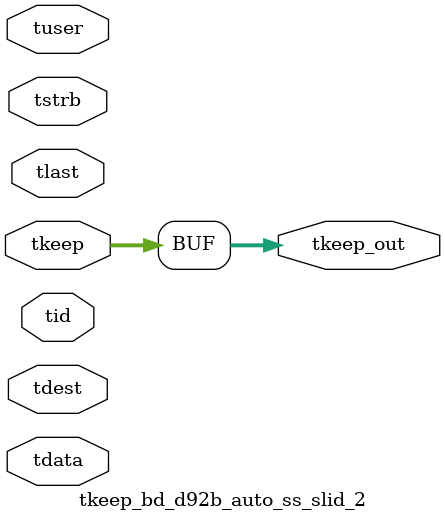
<source format=v>


`timescale 1ps/1ps

module tkeep_bd_d92b_auto_ss_slid_2 #
(
parameter C_S_AXIS_TDATA_WIDTH = 32,
parameter C_S_AXIS_TUSER_WIDTH = 0,
parameter C_S_AXIS_TID_WIDTH   = 0,
parameter C_S_AXIS_TDEST_WIDTH = 0,
parameter C_M_AXIS_TDATA_WIDTH = 32
)
(
input  [(C_S_AXIS_TDATA_WIDTH == 0 ? 1 : C_S_AXIS_TDATA_WIDTH)-1:0     ] tdata,
input  [(C_S_AXIS_TUSER_WIDTH == 0 ? 1 : C_S_AXIS_TUSER_WIDTH)-1:0     ] tuser,
input  [(C_S_AXIS_TID_WIDTH   == 0 ? 1 : C_S_AXIS_TID_WIDTH)-1:0       ] tid,
input  [(C_S_AXIS_TDEST_WIDTH == 0 ? 1 : C_S_AXIS_TDEST_WIDTH)-1:0     ] tdest,
input  [(C_S_AXIS_TDATA_WIDTH/8)-1:0 ] tkeep,
input  [(C_S_AXIS_TDATA_WIDTH/8)-1:0 ] tstrb,
input                                                                    tlast,
output [(C_M_AXIS_TDATA_WIDTH/8)-1:0 ] tkeep_out
);

assign tkeep_out = {tkeep[7:0]};

endmodule


</source>
